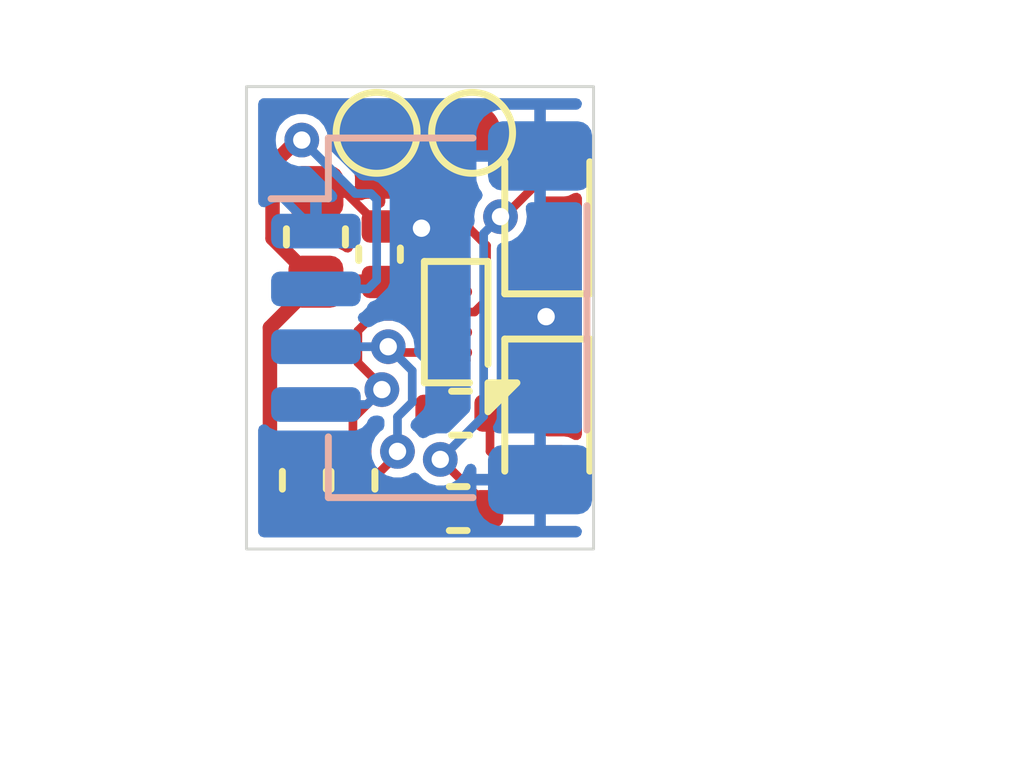
<source format=kicad_pcb>
(kicad_pcb (version 20240108) (generator "pcbnew") (generator_version "8.0")
  (layers (0 "F.Cu" signal) (31 "B.Cu" signal) (34 "B.Paste" user) (35 "F.Paste" user) (36 "B.SilkS" user "B.Silkscreen") (37 "F.SilkS" user "F.Silkscreen") (38 "B.Mask" user) (39 "F.Mask" user) (44 "Edge.Cuts" user))
  (net 0 "")
  (net 1 "+3V3")
  (net 2 "GND")
  (net 3 "Net-(D1-A)")
  (net 4 "Net-(D2-A)")
  (net 5 "/PA27")
  (net 6 "/PA24")
  (net 7 "/I2C0_SDA")
  (net 8 "/SWCLK")
  (net 9 "/I2C0_SCL")
  (net 10 "/SWDIO")
  (footprint "Capacitor_SMD:C_0603_1608Metric" (layer "F.Cu") (at 164.2 86.6 90)
    (property "Reference" "C2" (hide yes))
    (property "Value" "10u/16V")
    (fp_line (start -0.14058 -0.51) (end 0.14058 -0.51) (stroke (width 0.12)) (layer "F.SilkS"))
    (fp_line (start -0.14058 0.51) (end 0.14058 0.51) (stroke (width 0.12)) (layer "F.SilkS"))
    (pad "1" smd roundrect (at -0.775 0 90) (size 0.9 0.95) (layers "F.Cu" "F.Paste" "F.Mask") (net 1 "+3V3"))
    (pad "2" smd roundrect (at 0.775 0 90) (size 0.9 0.95) (layers "F.Cu" "F.Paste" "F.Mask") (net 2 "GND"))
  )
  (footprint "Capacitor_SMD:C_0402_1005Metric" (layer "F.Cu") (at 165.3 86.9 90)
    (property "Reference" "C1" (hide yes))
    (property "Value" "100n")
    (fp_line (start -0.107836 -0.36) (end 0.107836 -0.36) (stroke (width 0.12)) (layer "F.SilkS"))
    (fp_line (start -0.107836 0.36) (end 0.107836 0.36) (stroke (width 0.12)) (layer "F.SilkS"))
    (pad "1" smd roundrect (at -0.48 0 90) (size 0.56 0.62) (layers "F.Cu" "F.Paste" "F.Mask") (net 1 "+3V3"))
    (pad "2" smd roundrect (at 0.48 0 90) (size 0.56 0.62) (layers "F.Cu" "F.Paste" "F.Mask") (net 2 "GND"))
  )
  (footprint "Resistor_SMD:R_0402_1005Metric" (layer "F.Cu") (at 166.7 89.65)
    (property "Reference" "R2" (hide yes))
    (property "Value" "1K")
    (fp_line (start -0.153641 -0.38) (end 0.153641 -0.38) (stroke (width 0.12)) (layer "F.SilkS"))
    (fp_line (start -0.153641 0.38) (end 0.153641 0.38) (stroke (width 0.12)) (layer "F.SilkS"))
    (pad "1" smd roundrect (at -0.51 0) (size 0.54 0.64) (layers "F.Cu" "F.Paste" "F.Mask") (net 6 "/PA24"))
    (pad "2" smd roundrect (at 0.51 0) (size 0.54 0.64) (layers "F.Cu" "F.Paste" "F.Mask") (net 4 "Net-(D2-A)"))
  )
  (footprint "Resistor_SMD:R_0402_1005Metric" (layer "F.Cu") (at 164.84 90.81 90)
    (property "Reference" "R3" (hide yes))
    (property "Value" "4K7")
    (fp_line (start -0.153641 -0.38) (end 0.153641 -0.38) (stroke (width 0.12)) (layer "F.SilkS"))
    (fp_line (start -0.153641 0.38) (end 0.153641 0.38) (stroke (width 0.12)) (layer "F.SilkS"))
    (pad "1" smd roundrect (at -0.51 0 90) (size 0.54 0.64) (layers "F.Cu" "F.Paste" "F.Mask") (net 1 "+3V3"))
    (pad "2" smd roundrect (at 0.51 0 90) (size 0.54 0.64) (layers "F.Cu" "F.Paste" "F.Mask") (net 9 "/I2C0_SCL"))
  )
  (footprint "LED_SMD:LED_0603_1608Metric" (layer "F.Cu") (at 168.2 89.8525 -90)
    (property "Reference" "D2" (hide yes))
    (property "Value" "YELLOW")
    (fp_line (start -1.485 0.735) (end 0.8 0.735) (stroke (width 0.12)) (layer "F.SilkS"))
    (fp_line (start -1.485 -0.735) (end -1.485 0.735) (stroke (width 0.12)) (layer "F.SilkS"))
    (fp_line (start 0.8 -0.735) (end -1.485 -0.735) (stroke (width 0.12)) (layer "F.SilkS"))
    (pad "1" smd roundrect (at -0.7875 0 270) (size 0.875 0.95) (layers "F.Cu" "F.Paste" "F.Mask") (net 2 "GND"))
    (pad "2" smd roundrect (at 0.7875 0 270) (size 0.875 0.95) (layers "F.Cu" "F.Paste" "F.Mask") (net 4 "Net-(D2-A)"))
  )
  (footprint "Morten_Library:Texas_DSBGA-8_0.86x1.6mm_Layout2x4_P0.35mm" (layer "F.Cu") (at 166.625 88.075 180)
    (property "Reference" "U1" (hide yes))
    (property "Value" "MSPM0C1104S8YCJR")
    (fp_line (start 0.55 -1.05) (end 0.55 1.05) (stroke (width 0.12)) (layer "F.SilkS"))
    (fp_line (start 0.55 -1.05) (end -0.23 -1.05) (stroke (width 0.12)) (layer "F.SilkS"))
    (fp_line (start -0.55 1.05) (end 0.55 1.05) (stroke (width 0.12)) (layer "F.SilkS"))
    (fp_line (start -0.55 -0.73) (end -0.55 1.05) (stroke (width 0.12)) (layer "F.SilkS"))
    (fp_poly (pts (xy -0.55 -1.05) (xy -1.05 -1.05) (xy -0.55 -1.55) (xy -0.55 -1.05)) (stroke (width 0.12)) (fill solid) (layer "F.SilkS"))
    (pad "A1" smd circle (at -0.175 -0.525 180) (size 0.2 0.2) (layers "F.Cu" "F.Mask") (net 6 "/PA24"))
    (pad "A2" smd circle (at 0.175 -0.525 180) (size 0.2 0.2) (layers "F.Cu" "F.Mask") (net 7 "/I2C0_SDA"))
    (pad "B1" smd circle (at -0.175 -0.175 180) (size 0.2 0.2) (layers "F.Cu" "F.Mask") (net 5 "/PA27"))
    (pad "B2" smd circle (at 0.175 -0.175 180) (size 0.2 0.2) (layers "F.Cu" "F.Mask") (net 9 "/I2C0_SCL"))
    (pad "C1" smd circle (at -0.175 0.175 180) (size 0.2 0.2) (layers "F.Cu" "F.Mask") (net 8 "/SWCLK"))
    (pad "C2" smd circle (at 0.175 0.175 180) (size 0.2 0.2) (layers "F.Cu" "F.Mask") (net 1 "+3V3"))
    (pad "D1" smd circle (at -0.175 0.525 180) (size 0.2 0.2) (layers "F.Cu" "F.Mask") (net 10 "/SWDIO"))
    (pad "D2" smd circle (at 0.175 0.525 180) (size 0.2 0.2) (layers "F.Cu" "F.Mask") (net 2 "GND"))
  )
  (footprint "TestPoint:TestPoint_Pad_D1.0mm" (layer "F.Cu") (at 165.25 84.8)
    (property "Reference" "TP2" (hide yes))
    (property "Value" "TestPoint")
    (fp_circle (center 0 0) (end 0 0.7) (stroke (width 0.12)) (fill none) (layer "F.SilkS"))
    (pad "1" smd circle (at 0 0) (size 1 1) (layers "F.Cu" "F.Mask") (net 10 "/SWDIO"))
  )
  (footprint "LED_SMD:LED_0603_1608Metric" (layer "F.Cu") (at 168.2 86.1 90)
    (property "Reference" "D1" (hide yes))
    (property "Value" "GREEN")
    (fp_line (start 0.8 -0.735) (end -1.485 -0.735) (stroke (width 0.12)) (layer "F.SilkS"))
    (fp_line (start -1.485 -0.735) (end -1.485 0.735) (stroke (width 0.12)) (layer "F.SilkS"))
    (fp_line (start -1.485 0.735) (end 0.8 0.735) (stroke (width 0.12)) (layer "F.SilkS"))
    (pad "1" smd roundrect (at -0.7875 0 90) (size 0.875 0.95) (layers "F.Cu" "F.Paste" "F.Mask") (net 2 "GND"))
    (pad "2" smd roundrect (at 0.7875 0 90) (size 0.875 0.95) (layers "F.Cu" "F.Paste" "F.Mask") (net 3 "Net-(D1-A)"))
  )
  (footprint "TestPoint:TestPoint_Pad_D1.0mm" (layer "F.Cu") (at 166.9 84.8)
    (property "Reference" "TP1" (hide yes))
    (property "Value" "TestPoint")
    (fp_circle (center 0 0) (end 0 0.7) (stroke (width 0.12)) (fill none) (layer "F.SilkS"))
    (pad "1" smd circle (at 0 0) (size 1 1) (layers "F.Cu" "F.Mask") (net 8 "/SWCLK"))
  )
  (footprint "Resistor_SMD:R_0402_1005Metric" (layer "F.Cu") (at 166.66 91.3 180)
    (property "Reference" "R5" (hide yes))
    (property "Value" "1K")
    (fp_line (start -0.153641 0.38) (end 0.153641 0.38) (stroke (width 0.12)) (layer "F.SilkS"))
    (fp_line (start -0.153641 -0.38) (end 0.153641 -0.38) (stroke (width 0.12)) (layer "F.SilkS"))
    (pad "1" smd roundrect (at -0.51 0 180) (size 0.54 0.64) (layers "F.Cu" "F.Paste" "F.Mask") (net 3 "Net-(D1-A)"))
    (pad "2" smd roundrect (at 0.51 0 180) (size 0.54 0.64) (layers "F.Cu" "F.Paste" "F.Mask") (net 1 "+3V3"))
  )
  (footprint "Resistor_SMD:R_0402_1005Metric" (layer "F.Cu") (at 164 90.81 90)
    (property "Reference" "R4" (hide yes))
    (property "Value" "4K7")
    (fp_line (start -0.153641 -0.38) (end 0.153641 -0.38) (stroke (width 0.12)) (layer "F.SilkS"))
    (fp_line (start -0.153641 0.38) (end 0.153641 0.38) (stroke (width 0.12)) (layer "F.SilkS"))
    (pad "1" smd roundrect (at -0.51 0 90) (size 0.54 0.64) (layers "F.Cu" "F.Paste" "F.Mask") (net 1 "+3V3"))
    (pad "2" smd roundrect (at 0.51 0 90) (size 0.54 0.64) (layers "F.Cu" "F.Paste" "F.Mask") (net 7 "/I2C0_SDA"))
  )
  (footprint "Connector_JST:JST_SH_SM04B-SRSS-TB_1x04-1MP_P1.00mm_Horizontal" (layer "B.Cu") (at 166.2 88 -90)
    (property "Reference" "J3" (hide yes))
    (property "Value" "Conn_01x04")
    (fp_line (start -2.06 2.775) (end -2.06 1.785) (stroke (width 0.12)) (layer "B.SilkS"))
    (fp_line (start -3.11 1.785) (end -3.11 -0.715) (stroke (width 0.12)) (layer "B.SilkS"))
    (fp_line (start -2.06 1.785) (end -3.11 1.785) (stroke (width 0.12)) (layer "B.SilkS"))
    (fp_line (start 2.06 1.785) (end 3.11 1.785) (stroke (width 0.12)) (layer "B.SilkS"))
    (fp_line (start 3.11 1.785) (end 3.11 -0.715) (stroke (width 0.12)) (layer "B.SilkS"))
    (fp_line (start 1.94 -2.685) (end -1.94 -2.685) (stroke (width 0.12)) (layer "B.SilkS"))
    (pad "1" smd roundrect (at -1.5 2 270) (size 0.6 1.55) (layers "B.Cu" "B.Paste" "B.Mask") (net 2 "GND"))
    (pad "2" smd roundrect (at -0.5 2 270) (size 0.6 1.55) (layers "B.Cu" "B.Paste" "B.Mask") (net 1 "+3V3"))
    (pad "3" smd roundrect (at 0.5 2 270) (size 0.6 1.55) (layers "B.Cu" "B.Paste" "B.Mask") (net 7 "/I2C0_SDA"))
    (pad "4" smd roundrect (at 1.5 2 270) (size 0.6 1.55) (layers "B.Cu" "B.Paste" "B.Mask") (net 9 "/I2C0_SCL"))
    (pad "MP" smd roundrect (at -2.8 -1.875 270) (size 1.2 1.8) (layers "B.Cu" "B.Paste" "B.Mask") (roundrect_rratio 0.2083333333) (net 2 "GND"))
    (pad "MP" smd roundrect (at 2.8 -1.875 270) (size 1.2 1.8) (layers "B.Cu" "B.Paste" "B.Mask") (roundrect_rratio 0.2083333333) (net 2 "GND"))
  )
  (gr_rect (start 163 84) (end 169 92) (stroke (width 0.05)) (fill none) (layer "Edge.Cuts"))
  (segment (start 166.45 87.9) (end 166.016727 87.9) (width 0.15) (layer "F.Cu") (net 1))
  (segment (start 163.405 90.765) (end 163.405 88.17) (width 0.25) (layer "F.Cu") (net 1))
  (segment (start 163.45 85.35) (end 163.45 86.625) (width 0.25) (layer "F.Cu") (net 1))
  (segment (start 165.395 87.375) (end 165.4 87.38) (width 0.15) (layer "F.Cu") (net 1))
  (segment (start 163.875 84.925) (end 163.45 85.35) (width 0.25) (layer "F.Cu") (net 1))
  (segment (start 166.15 91.3) (end 166.13 91.32) (width 0.15) (layer "F.Cu") (net 1))
  (segment (start 166.016727 87.9) (end 165.496727 87.38) (width 0.15) (layer "F.Cu") (net 1))
  (segment (start 165.496727 87.38) (end 165.4 87.38) (width 0.15) (layer "F.Cu") (net 1))
  (segment (start 163.405 88.17) (end 164.2 87.375) (width 0.25) (layer "F.Cu") (net 1))
  (segment (start 164.2 87.375) (end 165.395 87.375) (width 0.25) (layer "F.Cu") (net 1))
  (segment (start 163.45 86.625) (end 164.2 87.375) (width 0.25) (layer "F.Cu") (net 1))
  (segment (start 163.955395 84.925) (end 163.875 84.925) (width 0.25) (layer "F.Cu") (net 1))
  (segment (start 163.96 91.32) (end 163.405 90.765) (width 0.25) (layer "F.Cu") (net 1))
  (segment (start 166.13 91.32) (end 163.96 91.32) (width 0.25) (layer "F.Cu") (net 1))
  (via (at 163.955395 84.925) (size 0.6) (drill 0.3) (layers "F.Cu" "B.Cu") (net 1))
  (segment (start 164.880395 85.85) (end 165.15 85.85) (width 0.15) (layer "B.Cu") (net 1))
  (segment (start 165.25 87.35) (end 165.1 87.5) (width 0.15) (layer "B.Cu") (net 1))
  (segment (start 165.15 85.85) (end 165.25 85.95) (width 0.15) (layer "B.Cu") (net 1))
  (segment (start 163.955395 84.925) (end 164.880395 85.85) (width 0.15) (layer "B.Cu") (net 1))
  (segment (start 165.25 85.95) (end 165.25 87.35) (width 0.15) (layer "B.Cu") (net 1))
  (segment (start 165.1 87.5) (end 164.2 87.5) (width 0.15) (layer "B.Cu") (net 1))
  (segment (start 166.45 87.55) (end 166.45 87.25) (width 0.15) (layer "F.Cu") (net 2))
  (segment (start 166.45 87.25) (end 166.15 86.95) (width 0.15) (layer "F.Cu") (net 2))
  (segment (start 166.15 86.95) (end 166.15 86.575) (width 0.15) (layer "F.Cu") (net 2))
  (segment (start 165.995 86.42) (end 165.3 86.42) (width 0.15) (layer "F.Cu") (net 2))
  (segment (start 165.3 86.42) (end 164.705 85.825) (width 0.15) (layer "F.Cu") (net 2))
  (segment (start 168.2 88) (end 168.2 87.1375) (width 0.15) (layer "F.Cu") (net 2))
  (segment (start 168.2 88) (end 168.2 89.065) (width 0.15) (layer "F.Cu") (net 2))
  (segment (start 166.15 86.575) (end 165.995 86.42) (width 0.15) (layer "F.Cu") (net 2))
  (segment (start 164.705 85.825) (end 164.2 85.825) (width 0.15) (layer "F.Cu") (net 2))
  (via (at 168.18 87.98) (size 0.6) (drill 0.3) (layers "F.Cu" "B.Cu") (net 2))
  (via (at 166.025 86.45) (size 0.6) (drill 0.3) (layers "F.Cu" "B.Cu") (net 2))
  (segment (start 163.430395 84.707537) (end 163.430395 85.730395) (width 0.15) (layer "B.Cu") (net 2))
  (segment (start 163.430395 85.730395) (end 164.2 86.5) (width 0.15) (layer "B.Cu") (net 2))
  (segment (start 163.737932 84.4) (end 163.430395 84.707537) (width 0.15) (layer "B.Cu") (net 2))
  (segment (start 164.7 84.4) (end 163.737932 84.4) (width 0.15) (layer "B.Cu") (net 2))
  (segment (start 166.025 86.45) (end 166.025 85.725) (width 0.15) (layer "B.Cu") (net 2))
  (segment (start 166.025 86.45) (end 166.1 86.45) (width 0.15) (layer "B.Cu") (net 2))
  (segment (start 166.025 85.725) (end 164.7 84.4) (width 0.15) (layer "B.Cu") (net 2))
  (segment (start 166.35 90.45) (end 166.36 90.45) (width 0.15) (layer "F.Cu") (net 3))
  (segment (start 167.291182 86.15) (end 167.391087 86.249905) (width 0.15) (layer "F.Cu") (net 3))
  (segment (start 168.2 85.5) (end 167.5 86.2) (width 0.15) (layer "F.Cu") (net 3))
  (segment (start 166.36 90.45) (end 167.31 91.4) (width 0.15) (layer "F.Cu") (net 3))
  (segment (start 167.5 86.2) (end 167.45 86.15) (width 0.15) (layer "F.Cu") (net 3))
  (segment (start 168.2 85.3125) (end 168.2 85.5) (width 0.15) (layer "F.Cu") (net 3))
  (segment (start 167.45 86.15) (end 167.291182 86.15) (width 0.15) (layer "F.Cu") (net 3))
  (via (at 167.391087 86.249905) (size 0.6) (drill 0.3) (layers "F.Cu" "B.Cu") (net 3))
  (via (at 166.35 90.45) (size 0.6) (drill 0.3) (layers "F.Cu" "B.Cu") (net 3))
  (segment (start 167.1 89.7) (end 167.1 86.540992) (width 0.15) (layer "B.Cu") (net 3))
  (segment (start 166.35 90.45) (end 167.1 89.7) (width 0.15) (layer "B.Cu") (net 3))
  (segment (start 167.1 86.540992) (end 167.391087 86.249905) (width 0.15) (layer "B.Cu") (net 3))
  (segment (start 167.54 90.64) (end 168.2 90.64) (width 0.15) (layer "F.Cu") (net 4))
  (segment (start 167.21 90.31) (end 167.54 90.64) (width 0.15) (layer "F.Cu") (net 4))
  (segment (start 167.21 89.65) (end 167.21 90.31) (width 0.15) (layer "F.Cu") (net 4))
  (segment (start 166.8 88.6) (end 166.8 88.741421) (width 0.15) (layer "F.Cu") (net 6))
  (segment (start 166.2 89.64) (end 166.19 89.65) (width 0.15) (layer "F.Cu") (net 6))
  (segment (start 166.8 88.741421) (end 166.2 89.341421) (width 0.15) (layer "F.Cu") (net 6))
  (segment (start 166.2 89.341421) (end 166.2 89.64) (width 0.15) (layer "F.Cu") (net 6))
  (segment (start 165.5 88.4) (end 165.35 88.55) (width 0) (layer "F.Cu") (net 7))
  (segment (start 166.45 88.6) (end 165.55 88.6) (width 0.15) (layer "F.Cu") (net 7))
  (segment (start 165.609999 90.362859) (end 165.177858 90.795) (width 0.15) (layer "F.Cu") (net 7))
  (segment (start 165.177858 90.795) (end 164.495 90.795) (width 0.15) (layer "F.Cu") (net 7))
  (segment (start 165.55 88.6) (end 165.45 88.5) (width 0.15) (layer "F.Cu") (net 7))
  (segment (start 164.495 90.795) (end 164.15 90.45) (width 0.15) (layer "F.Cu") (net 7))
  (segment (start 164.15 90.45) (end 163.9 90.45) (width 0.15) (layer "F.Cu") (net 7))
  (segment (start 165.609999 90.311403) (end 165.609999 90.362859) (width 0.15) (layer "F.Cu") (net 7))
  (via (at 165.45 88.5) (size 0.6) (drill 0.3) (layers "F.Cu" "B.Cu") (net 7))
  (via (at 165.609999 90.311403) (size 0.6) (drill 0.3) (layers "F.Cu" "B.Cu") (net 7))
  (segment (start 165.609999 89.714584) (end 165.865198 89.459385) (width 0.15) (layer "B.Cu") (net 7))
  (segment (start 164.2 88.5) (end 164.25 88.5) (width 0.15) (layer "B.Cu") (net 7))
  (segment (start 165.865198 89.459385) (end 165.865198 88.915198) (width 0.15) (layer "B.Cu") (net 7))
  (segment (start 165.865198 88.915198) (end 165.45 88.5) (width 0.15) (layer "B.Cu") (net 7))
  (segment (start 164.25 88.5) (end 165.5 88.5) (width 0.15) (layer "B.Cu") (net 7))
  (segment (start 165.609999 90.311403) (end 165.609999 89.714584) (width 0.15) (layer "B.Cu") (net 7))
  (segment (start 166.941421 87.9) (end 167.15 87.691421) (width 0.15) (layer "F.Cu") (net 8))
  (segment (start 167.15 86.751281) (end 166.85 86.451281) (width 0.15) (layer "F.Cu") (net 8))
  (segment (start 166.8 87.9) (end 166.941421 87.9) (width 0.15) (layer "F.Cu") (net 8))
  (segment (start 166.85 86.451281) (end 166.85 84.85) (width 0.15) (layer "F.Cu") (net 8))
  (segment (start 166.85 84.85) (end 166.9 84.8) (width 0.15) (layer "F.Cu") (net 8))
  (segment (start 167.15 87.691421) (end 167.15 86.751281) (width 0.15) (layer "F.Cu") (net 8))
  (segment (start 164.925 88.225) (end 164.925 88.775) (width 0.15) (layer "F.Cu") (net 9))
  (segment (start 166.45 88.25) (end 165.942463 88.25) (width 0.15) (layer "F.Cu") (net 9))
  (segment (start 165.667463 87.975) (end 165.175 87.975) (width 0.15) (layer "F.Cu") (net 9))
  (segment (start 165.340198 89.209802) (end 165.340198 89.241922) (width 0.15) (layer "F.Cu") (net 9))
  (segment (start 165.175 87.975) (end 164.925 88.225) (width 0.15) (layer "F.Cu") (net 9))
  (segment (start 165.942463 88.25) (end 165.667463 87.975) (width 0.15) (layer "F.Cu") (net 9))
  (segment (start 164.84 90.44) (end 164.84 89.74212) (width 0.15) (layer "F.Cu") (net 9))
  (segment (start 164.84 89.74212) (end 165.340198 89.241922) (width 0.15) (layer "F.Cu") (net 9))
  (segment (start 164.925 88.775) (end 165.35 89.2) (width 0.15) (layer "F.Cu") (net 9))
  (segment (start 165.35 89.2) (end 165.340198 89.209802) (width 0.15) (layer "F.Cu") (net 9))
  (via (at 165.340198 89.241922) (size 0.6) (drill 0.3) (layers "F.Cu" "B.Cu") (net 9))
  (segment (start 164.2 89.5) (end 165.08212 89.5) (width 0.15) (layer "B.Cu") (net 9))
  (segment (start 165.08212 89.5) (end 165.340198 89.241922) (width 0.15) (layer "B.Cu") (net 9))
  (segment (start 166.55 85.887142) (end 166.55 86.707793) (width 0.15) (layer "F.Cu") (net 10))
  (segment (start 165.462858 84.8) (end 166.55 85.887142) (width 0.15) (layer "F.Cu") (net 10))
  (segment (start 166.55 86.707793) (end 166.8 86.957793) (width 0.15) (layer "F.Cu") (net 10))
  (segment (start 165.25 84.8) (end 165.462858 84.8) (width 0.15) (layer "F.Cu") (net 10))
  (segment (start 166.8 86.957793) (end 166.8 87.55) (width 0.15) (layer "F.Cu") (net 10))
  (zone (net 0) (net_name "") (layer "F.Cu") (connect_pads (clearance 0)) (min_thickness 0.25)
    (keepout (tracks allowed) (vias allowed) (pads allowed) (copperpour not_allowed) (footprints allowed))
    (fill (thermal_gap 0.5) (thermal_bridge_width 0.5))
    (polygon (pts (xy 168.1 86.1) (xy 168.1 90) (xy 165.2 90) (xy 165.2 86.1)))
  )
  (zone (net 2) (net_name "GND") (layers "F&B.Cu") (connect_pads (clearance 0)) (min_thickness 0.2) (fill yes (thermal_gap 0.2) (thermal_bridge_width 0.2))
    (polygon (pts (xy 163 84) (xy 169 84) (xy 169 92) (xy 163 92)))
  )
)
</source>
